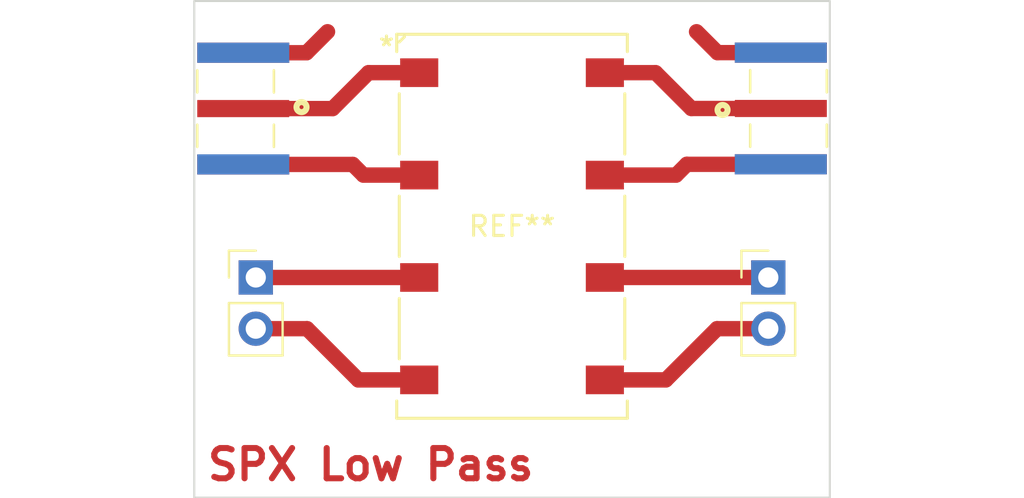
<source format=kicad_pcb>
(kicad_pcb (version 20221018) (generator pcbnew)
  (layers (0 "F.Cu" signal) (31 "B.Cu" signal) (34 "B.Paste" user) (35 "F.Paste" user) (36 "B.SilkS" user "B.Silkscreen") (37 "F.SilkS" user "F.Silkscreen") (38 "B.Mask" user) (39 "F.Mask" user) (44 "Edge.Cuts" user))
  (net 0 "")
  (footprint "Connector_PinHeader_2.54mm:PinHeader_1x02_P2.54mm_Vertical" (layer "F.Cu") (at 137.16 96.52)
    (fp_text reference "REF**" hide)
    (fp_text value "PinHeader_1x02_P2.54mm_Vertical" hide)
    (fp_line (start -1.33 -1.33) (end 0 -1.33) (stroke (width 0.12)) (layer "F.SilkS"))
    (fp_line (start -1.33 0) (end -1.33 -1.33) (stroke (width 0.12)) (layer "F.SilkS"))
    (fp_line (start -1.33 1.27) (end -1.33 3.87) (stroke (width 0.12)) (layer "F.SilkS"))
    (fp_line (start -1.33 1.27) (end 1.33 1.27) (stroke (width 0.12)) (layer "F.SilkS"))
    (fp_line (start -1.33 3.87) (end 1.33 3.87) (stroke (width 0.12)) (layer "F.SilkS"))
    (fp_line (start 1.33 1.27) (end 1.33 3.87) (stroke (width 0.12)) (layer "F.SilkS"))
    (pad "1" thru_hole rect (at 0 0) (size 1.7 1.7) (drill 1) (layers "*.Cu" "*.Mask"))
    (pad "2" thru_hole oval (at 0 2.54) (size 1.7 1.7) (drill 1) (layers "*.Cu" "*.Mask"))
  )
  (footprint "Connector_PinHeader_2.54mm:PinHeader_1x02_P2.54mm_Vertical" (layer "F.Cu") (at 162.56 96.52)
    (fp_text reference "REF**" hide)
    (fp_text value "PinHeader_1x02_P2.54mm_Vertical" hide)
    (fp_line (start -1.33 -1.33) (end 0 -1.33) (stroke (width 0.12)) (layer "F.SilkS"))
    (fp_line (start -1.33 0) (end -1.33 -1.33) (stroke (width 0.12)) (layer "F.SilkS"))
    (fp_line (start -1.33 1.27) (end -1.33 3.87) (stroke (width 0.12)) (layer "F.SilkS"))
    (fp_line (start -1.33 1.27) (end 1.33 1.27) (stroke (width 0.12)) (layer "F.SilkS"))
    (fp_line (start -1.33 3.87) (end 1.33 3.87) (stroke (width 0.12)) (layer "F.SilkS"))
    (fp_line (start 1.33 1.27) (end 1.33 3.87) (stroke (width 0.12)) (layer "F.SilkS"))
    (pad "1" thru_hole rect (at 0 0) (size 1.7 1.7) (drill 1) (layers "*.Cu" "*.Mask"))
    (pad "2" thru_hole oval (at 0 2.54) (size 1.7 1.7) (drill 1) (layers "*.Cu" "*.Mask"))
  )
  (footprint "SMA connectors:TAOGLAS_EMPCB.SMAFSTJ.B.HT" (layer "F.Cu") (at 163.1815 88.13525 90)
    (fp_text reference "REF**" hide)
    (fp_text value "TAOGLAS_EMPCB.SMAFSTJ.B.HT" hide)
    (fp_line (start -1.9 -1.52) (end -0.8 -1.52) (stroke (width 0.127)) (layer "F.SilkS"))
    (fp_line (start -1.9 2.28) (end -0.8 2.28) (stroke (width 0.127)) (layer "F.SilkS"))
    (fp_line (start 0.8 -1.52) (end 1.9 -1.52) (stroke (width 0.127)) (layer "F.SilkS"))
    (fp_line (start 0.8 2.28) (end 1.9 2.28) (stroke (width 0.127)) (layer "F.SilkS"))
    (fp_circle (center -0.073 -2.888) (end 0.027 -2.888) (stroke (width 0.3)) (fill none) (layer "F.SilkS"))
    (pad "1" smd rect (at 0 0 90) (size 0.85 4.56) (layers "F.Cu" "F.Paste" "F.Mask"))
    (pad "SH1" smd rect (at -2.77 0 90) (size 1 4.56) (layers "F.Cu" "F.Paste" "F.Mask"))
    (pad "SH2" smd rect (at 2.77 0 90) (size 1 4.56) (layers "F.Cu" "F.Paste" "F.Mask"))
    (pad "SH3" smd rect (at -2.77 0 90) (size 1 4.56) (layers "B.Cu" "B.Paste" "B.Mask"))
    (pad "SH4" smd rect (at 2.77 0 90) (size 1 4.56) (layers "B.Cu" "B.Paste" "B.Mask"))
  )
  (footprint "SMA connectors:TAOGLAS_EMPCB.SMAFSTJ.B.HT" (layer "F.Cu") (at 136.5385 88.14075 -90)
    (fp_text reference "REF**" hide)
    (fp_text value "TAOGLAS_EMPCB.SMAFSTJ.B.HT" hide)
    (fp_line (start -1.9 -1.52) (end -0.8 -1.52) (stroke (width 0.127)) (layer "F.SilkS"))
    (fp_line (start -1.9 2.28) (end -0.8 2.28) (stroke (width 0.127)) (layer "F.SilkS"))
    (fp_line (start 0.8 -1.52) (end 1.9 -1.52) (stroke (width 0.127)) (layer "F.SilkS"))
    (fp_line (start 0.8 2.28) (end 1.9 2.28) (stroke (width 0.127)) (layer "F.SilkS"))
    (fp_circle (center -0.073 -2.888) (end 0.027 -2.888) (stroke (width 0.3)) (fill none) (layer "F.SilkS"))
    (pad "1" smd rect (at 0 0 270) (size 0.85 4.56) (layers "F.Cu" "F.Paste" "F.Mask"))
    (pad "SH1" smd rect (at -2.77 0 270) (size 1 4.56) (layers "F.Cu" "F.Paste" "F.Mask"))
    (pad "SH2" smd rect (at 2.77 0 270) (size 1 4.56) (layers "F.Cu" "F.Paste" "F.Mask"))
    (pad "SH3" smd rect (at -2.77 0 270) (size 1 4.56) (layers "B.Cu" "B.Paste" "B.Mask"))
    (pad "SH4" smd rect (at 2.77 0 270) (size 1 4.56) (layers "B.Cu" "B.Paste" "B.Mask"))
  )
  (footprint "BPF:HF1139_MNC" (layer "F.Cu") (at 149.86 93.98)
    (fp_text reference "REF**" (at 0 0 unlocked) (layer "F.SilkS"))
    (fp_text value "HF1139_MNC")
    (fp_text user "*" (at -6.223 -8.89 unlocked) (layer "F.SilkS"))
    (fp_text user "*" (at -6.223 -8.89) (layer "F.SilkS"))
    (fp_line (start -5.715 -9.525) (end 5.715 -9.525) (stroke (width 0.1524)) (layer "F.SilkS"))
    (fp_line (start -5.715 -8.66394) (end -5.715 -9.525) (stroke (width 0.1524)) (layer "F.SilkS"))
    (fp_line (start -5.715 8.66394) (end -5.715 9.525) (stroke (width 0.1524)) (layer "F.SilkS"))
    (fp_line (start -5.715 9.525) (end 5.715 9.525) (stroke (width 0.1524)) (layer "F.SilkS"))
    (fp_line (start -5.588 -6.57606) (end -5.588 -3.58394) (stroke (width 0.1524)) (layer "F.SilkS"))
    (fp_line (start -5.588 -1.49606) (end -5.588 1.49606) (stroke (width 0.1524)) (layer "F.SilkS"))
    (fp_line (start -5.588 3.58394) (end -5.588 6.57606) (stroke (width 0.1524)) (layer "F.SilkS"))
    (fp_line (start -5.334 -9.398) (end -5.588 -9.144) (stroke (width 0.1524)) (layer "F.SilkS"))
    (fp_line (start 5.588 -6.57606) (end 5.588 -3.58394) (stroke (width 0.1524)) (layer "F.SilkS"))
    (fp_line (start 5.588 -1.49606) (end 5.588 1.49606) (stroke (width 0.1524)) (layer "F.SilkS"))
    (fp_line (start 5.588 3.58394) (end 5.588 6.57606) (stroke (width 0.1524)) (layer "F.SilkS"))
    (fp_line (start 5.715 -8.66394) (end 5.715 -9.525) (stroke (width 0.1524)) (layer "F.SilkS"))
    (fp_line (start 5.715 8.66394) (end 5.715 9.525) (stroke (width 0.1524)) (layer "F.SilkS"))
    (pad "1" smd rect (at -4.6007 -7.62) (size 1.889 1.4224) (layers "F.Cu" "F.Paste" "F.Mask"))
    (pad "2" smd rect (at 4.6007 -7.62) (size 1.889 1.4224) (layers "F.Cu" "F.Paste" "F.Mask"))
    (pad "3" smd rect (at -4.6007 -2.54) (size 1.889 1.4224) (layers "F.Cu" "F.Paste" "F.Mask"))
    (pad "4" smd rect (at 4.6007 -2.54) (size 1.889 1.4224) (layers "F.Cu" "F.Paste" "F.Mask"))
    (pad "5" smd rect (at -4.6007 2.54) (size 1.889 1.4224) (layers "F.Cu" "F.Paste" "F.Mask"))
    (pad "6" smd rect (at 4.6007 2.54) (size 1.889 1.4224) (layers "F.Cu" "F.Paste" "F.Mask"))
    (pad "7" smd rect (at -4.6007 7.62) (size 1.889 1.4224) (layers "F.Cu" "F.Paste" "F.Mask"))
    (pad "8" smd rect (at 4.6007 7.62) (size 1.889 1.4224) (layers "F.Cu" "F.Paste" "F.Mask"))
  )
  (gr_rect (start 134.112 82.804) (end 165.608 107.442) (stroke (width 0.1)) (fill none) (layer "Edge.Cuts"))
  (gr_text "SPX Low Pass" (at 134.62 106.68) (layer "F.Cu") (effects (font (size 1.5 1.5) (thickness 0.3) bold) (justify left bottom)))
  (segment (start 158.52275 90.90525) (end 163.1815 90.90525) (width 0.762) (layer "F.Cu") (net 0))
  (segment (start 163.1815 85.36525) (end 160.04125 85.36525) (width 0.762) (layer "F.Cu") (net 0))
  (segment (start 142.24 101.6) (end 144.2593 101.6) (width 0.762) (layer "F.Cu") (net 0))
  (segment (start 142.748 86.36) (end 140.96725 88.14075) (width 0.762) (layer "F.Cu") (net 0))
  (segment (start 160.02 99.06) (end 157.48 101.6) (width 0.762) (layer "F.Cu") (net 0))
  (segment (start 144.2593 91.44) (end 142.494 91.44) (width 0.762) (layer "F.Cu") (net 0))
  (segment (start 157.988 91.44) (end 158.52275 90.90525) (width 0.762) (layer "F.Cu") (net 0))
  (segment (start 140.96725 88.14075) (end 136.5385 88.14075) (width 0.762) (layer "F.Cu") (net 0))
  (segment (start 137.16 99.06) (end 139.7 99.06) (width 0.762) (layer "F.Cu") (net 0))
  (segment (start 137.16 96.52) (end 144.2593 96.52) (width 0.762) (layer "F.Cu") (net 0))
  (segment (start 144.2593 86.36) (end 142.748 86.36) (width 0.762) (layer "F.Cu") (net 0))
  (segment (start 155.4607 91.44) (end 157.988 91.44) (width 0.762) (layer "F.Cu") (net 0))
  (segment (start 136.5385 85.37075) (end 139.67325 85.37075) (width 0.762) (layer "F.Cu") (net 0))
  (segment (start 141.96475 90.91075) (end 136.5385 90.91075) (width 0.762) (layer "F.Cu") (net 0))
  (segment (start 162.56 99.06) (end 160.02 99.06) (width 0.762) (layer "F.Cu") (net 0))
  (segment (start 160.04125 85.36525) (end 159.004 84.328) (width 0.762) (layer "F.Cu") (net 0))
  (segment (start 162.56 96.52) (end 155.4607 96.52) (width 0.762) (layer "F.Cu") (net 0))
  (segment (start 157.48 101.6) (end 155.4607 101.6) (width 0.762) (layer "F.Cu") (net 0))
  (segment (start 155.4607 86.36) (end 156.972 86.36) (width 0.762) (layer "F.Cu") (net 0))
  (segment (start 156.972 86.36) (end 158.74725 88.13525) (width 0.762) (layer "F.Cu") (net 0))
  (segment (start 139.7 99.06) (end 142.24 101.6) (width 0.762) (layer "F.Cu") (net 0))
  (segment (start 142.494 91.44) (end 141.96475 90.91075) (width 0.762) (layer "F.Cu") (net 0))
  (segment (start 139.67325 85.37075) (end 140.716 84.328) (width 0.762) (layer "F.Cu") (net 0))
  (segment (start 158.74725 88.13525) (end 163.1815 88.13525) (width 0.762) (layer "F.Cu") (net 0))
)
</source>
